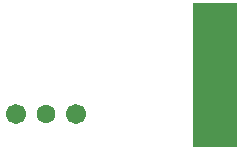
<source format=gbr>
G04 EAGLE Gerber RS-274X export*
G75*
%MOMM*%
%FSLAX34Y34*%
%LPD*%
%INSoldermask Bottom*%
%IPPOS*%
%AMOC8*
5,1,8,0,0,1.08239X$1,22.5*%
G01*
%ADD10R,3.810000X12.192000*%
%ADD11C,1.601600*%
%ADD12C,1.701600*%


D10*
X257810Y0D03*
D11*
X114300Y-33020D03*
D12*
X139700Y-33020D03*
X88900Y-33020D03*
D11*
X260985Y-49530D03*
X260350Y48895D03*
M02*

</source>
